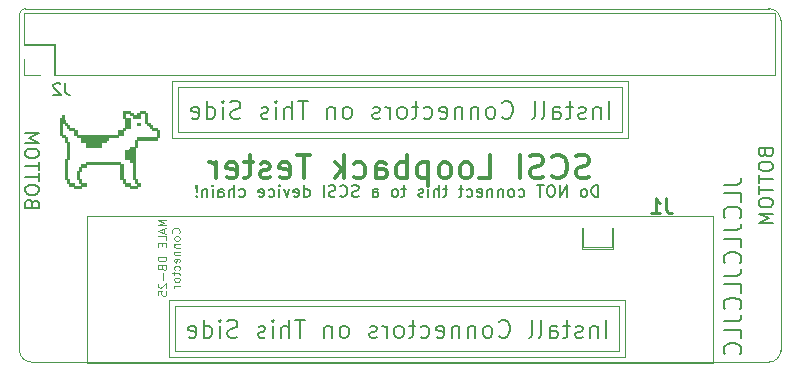
<source format=gbr>
%TF.GenerationSoftware,KiCad,Pcbnew,(5.1.9-16-g1737927814)-1*%
%TF.CreationDate,2021-06-02T15:54:43-05:00*%
%TF.ProjectId,loopback_tester,6c6f6f70-6261-4636-9b5f-746573746572,rev?*%
%TF.SameCoordinates,PX59d60c0PY325aa00*%
%TF.FileFunction,Legend,Bot*%
%TF.FilePolarity,Positive*%
%FSLAX46Y46*%
G04 Gerber Fmt 4.6, Leading zero omitted, Abs format (unit mm)*
G04 Created by KiCad (PCBNEW (5.1.9-16-g1737927814)-1) date 2021-06-02 15:54:43*
%MOMM*%
%LPD*%
G01*
G04 APERTURE LIST*
%ADD10C,0.150000*%
%ADD11C,0.100000*%
%ADD12C,0.120000*%
%ADD13C,0.200000*%
%ADD14C,0.300000*%
%TA.AperFunction,Profile*%
%ADD15C,0.050000*%
%TD*%
%ADD16C,0.010000*%
%ADD17C,0.254000*%
G04 APERTURE END LIST*
D10*
X129556000Y-31726380D02*
X129556000Y-30726380D01*
X129317904Y-30726380D01*
X129175047Y-30774000D01*
X129079809Y-30869238D01*
X129032190Y-30964476D01*
X128984571Y-31154952D01*
X128984571Y-31297809D01*
X129032190Y-31488285D01*
X129079809Y-31583523D01*
X129175047Y-31678761D01*
X129317904Y-31726380D01*
X129556000Y-31726380D01*
X128413142Y-31726380D02*
X128508380Y-31678761D01*
X128556000Y-31631142D01*
X128603619Y-31535904D01*
X128603619Y-31250190D01*
X128556000Y-31154952D01*
X128508380Y-31107333D01*
X128413142Y-31059714D01*
X128270285Y-31059714D01*
X128175047Y-31107333D01*
X128127428Y-31154952D01*
X128079809Y-31250190D01*
X128079809Y-31535904D01*
X128127428Y-31631142D01*
X128175047Y-31678761D01*
X128270285Y-31726380D01*
X128413142Y-31726380D01*
X126889333Y-31726380D02*
X126889333Y-30726380D01*
X126317904Y-31726380D01*
X126317904Y-30726380D01*
X125651238Y-30726380D02*
X125460761Y-30726380D01*
X125365523Y-30774000D01*
X125270285Y-30869238D01*
X125222666Y-31059714D01*
X125222666Y-31393047D01*
X125270285Y-31583523D01*
X125365523Y-31678761D01*
X125460761Y-31726380D01*
X125651238Y-31726380D01*
X125746476Y-31678761D01*
X125841714Y-31583523D01*
X125889333Y-31393047D01*
X125889333Y-31059714D01*
X125841714Y-30869238D01*
X125746476Y-30774000D01*
X125651238Y-30726380D01*
X124936952Y-30726380D02*
X124365523Y-30726380D01*
X124651238Y-31726380D02*
X124651238Y-30726380D01*
X122841714Y-31678761D02*
X122936952Y-31726380D01*
X123127428Y-31726380D01*
X123222666Y-31678761D01*
X123270285Y-31631142D01*
X123317904Y-31535904D01*
X123317904Y-31250190D01*
X123270285Y-31154952D01*
X123222666Y-31107333D01*
X123127428Y-31059714D01*
X122936952Y-31059714D01*
X122841714Y-31107333D01*
X122270285Y-31726380D02*
X122365523Y-31678761D01*
X122413142Y-31631142D01*
X122460761Y-31535904D01*
X122460761Y-31250190D01*
X122413142Y-31154952D01*
X122365523Y-31107333D01*
X122270285Y-31059714D01*
X122127428Y-31059714D01*
X122032190Y-31107333D01*
X121984571Y-31154952D01*
X121936952Y-31250190D01*
X121936952Y-31535904D01*
X121984571Y-31631142D01*
X122032190Y-31678761D01*
X122127428Y-31726380D01*
X122270285Y-31726380D01*
X121508380Y-31059714D02*
X121508380Y-31726380D01*
X121508380Y-31154952D02*
X121460761Y-31107333D01*
X121365523Y-31059714D01*
X121222666Y-31059714D01*
X121127428Y-31107333D01*
X121079809Y-31202571D01*
X121079809Y-31726380D01*
X120603619Y-31059714D02*
X120603619Y-31726380D01*
X120603619Y-31154952D02*
X120556000Y-31107333D01*
X120460761Y-31059714D01*
X120317904Y-31059714D01*
X120222666Y-31107333D01*
X120175047Y-31202571D01*
X120175047Y-31726380D01*
X119317904Y-31678761D02*
X119413142Y-31726380D01*
X119603619Y-31726380D01*
X119698857Y-31678761D01*
X119746476Y-31583523D01*
X119746476Y-31202571D01*
X119698857Y-31107333D01*
X119603619Y-31059714D01*
X119413142Y-31059714D01*
X119317904Y-31107333D01*
X119270285Y-31202571D01*
X119270285Y-31297809D01*
X119746476Y-31393047D01*
X118413142Y-31678761D02*
X118508380Y-31726380D01*
X118698857Y-31726380D01*
X118794095Y-31678761D01*
X118841714Y-31631142D01*
X118889333Y-31535904D01*
X118889333Y-31250190D01*
X118841714Y-31154952D01*
X118794095Y-31107333D01*
X118698857Y-31059714D01*
X118508380Y-31059714D01*
X118413142Y-31107333D01*
X118127428Y-31059714D02*
X117746476Y-31059714D01*
X117984571Y-30726380D02*
X117984571Y-31583523D01*
X117936952Y-31678761D01*
X117841714Y-31726380D01*
X117746476Y-31726380D01*
X116794095Y-31059714D02*
X116413142Y-31059714D01*
X116651238Y-30726380D02*
X116651238Y-31583523D01*
X116603619Y-31678761D01*
X116508380Y-31726380D01*
X116413142Y-31726380D01*
X116079809Y-31726380D02*
X116079809Y-30726380D01*
X115651238Y-31726380D02*
X115651238Y-31202571D01*
X115698857Y-31107333D01*
X115794095Y-31059714D01*
X115936952Y-31059714D01*
X116032190Y-31107333D01*
X116079809Y-31154952D01*
X115175047Y-31726380D02*
X115175047Y-31059714D01*
X115175047Y-30726380D02*
X115222666Y-30774000D01*
X115175047Y-30821619D01*
X115127428Y-30774000D01*
X115175047Y-30726380D01*
X115175047Y-30821619D01*
X114746476Y-31678761D02*
X114651238Y-31726380D01*
X114460761Y-31726380D01*
X114365523Y-31678761D01*
X114317904Y-31583523D01*
X114317904Y-31535904D01*
X114365523Y-31440666D01*
X114460761Y-31393047D01*
X114603619Y-31393047D01*
X114698857Y-31345428D01*
X114746476Y-31250190D01*
X114746476Y-31202571D01*
X114698857Y-31107333D01*
X114603619Y-31059714D01*
X114460761Y-31059714D01*
X114365523Y-31107333D01*
X113270285Y-31059714D02*
X112889333Y-31059714D01*
X113127428Y-30726380D02*
X113127428Y-31583523D01*
X113079809Y-31678761D01*
X112984571Y-31726380D01*
X112889333Y-31726380D01*
X112413142Y-31726380D02*
X112508380Y-31678761D01*
X112556000Y-31631142D01*
X112603619Y-31535904D01*
X112603619Y-31250190D01*
X112556000Y-31154952D01*
X112508380Y-31107333D01*
X112413142Y-31059714D01*
X112270285Y-31059714D01*
X112175047Y-31107333D01*
X112127428Y-31154952D01*
X112079809Y-31250190D01*
X112079809Y-31535904D01*
X112127428Y-31631142D01*
X112175047Y-31678761D01*
X112270285Y-31726380D01*
X112413142Y-31726380D01*
X110460761Y-31726380D02*
X110460761Y-31202571D01*
X110508380Y-31107333D01*
X110603619Y-31059714D01*
X110794095Y-31059714D01*
X110889333Y-31107333D01*
X110460761Y-31678761D02*
X110556000Y-31726380D01*
X110794095Y-31726380D01*
X110889333Y-31678761D01*
X110936952Y-31583523D01*
X110936952Y-31488285D01*
X110889333Y-31393047D01*
X110794095Y-31345428D01*
X110556000Y-31345428D01*
X110460761Y-31297809D01*
X109270285Y-31678761D02*
X109127428Y-31726380D01*
X108889333Y-31726380D01*
X108794095Y-31678761D01*
X108746476Y-31631142D01*
X108698857Y-31535904D01*
X108698857Y-31440666D01*
X108746476Y-31345428D01*
X108794095Y-31297809D01*
X108889333Y-31250190D01*
X109079809Y-31202571D01*
X109175047Y-31154952D01*
X109222666Y-31107333D01*
X109270285Y-31012095D01*
X109270285Y-30916857D01*
X109222666Y-30821619D01*
X109175047Y-30774000D01*
X109079809Y-30726380D01*
X108841714Y-30726380D01*
X108698857Y-30774000D01*
X107698857Y-31631142D02*
X107746476Y-31678761D01*
X107889333Y-31726380D01*
X107984571Y-31726380D01*
X108127428Y-31678761D01*
X108222666Y-31583523D01*
X108270285Y-31488285D01*
X108317904Y-31297809D01*
X108317904Y-31154952D01*
X108270285Y-30964476D01*
X108222666Y-30869238D01*
X108127428Y-30774000D01*
X107984571Y-30726380D01*
X107889333Y-30726380D01*
X107746476Y-30774000D01*
X107698857Y-30821619D01*
X107317904Y-31678761D02*
X107175047Y-31726380D01*
X106936952Y-31726380D01*
X106841714Y-31678761D01*
X106794095Y-31631142D01*
X106746476Y-31535904D01*
X106746476Y-31440666D01*
X106794095Y-31345428D01*
X106841714Y-31297809D01*
X106936952Y-31250190D01*
X107127428Y-31202571D01*
X107222666Y-31154952D01*
X107270285Y-31107333D01*
X107317904Y-31012095D01*
X107317904Y-30916857D01*
X107270285Y-30821619D01*
X107222666Y-30774000D01*
X107127428Y-30726380D01*
X106889333Y-30726380D01*
X106746476Y-30774000D01*
X106317904Y-31726380D02*
X106317904Y-30726380D01*
X104651238Y-31726380D02*
X104651238Y-30726380D01*
X104651238Y-31678761D02*
X104746476Y-31726380D01*
X104936952Y-31726380D01*
X105032190Y-31678761D01*
X105079809Y-31631142D01*
X105127428Y-31535904D01*
X105127428Y-31250190D01*
X105079809Y-31154952D01*
X105032190Y-31107333D01*
X104936952Y-31059714D01*
X104746476Y-31059714D01*
X104651238Y-31107333D01*
X103794095Y-31678761D02*
X103889333Y-31726380D01*
X104079809Y-31726380D01*
X104175047Y-31678761D01*
X104222666Y-31583523D01*
X104222666Y-31202571D01*
X104175047Y-31107333D01*
X104079809Y-31059714D01*
X103889333Y-31059714D01*
X103794095Y-31107333D01*
X103746476Y-31202571D01*
X103746476Y-31297809D01*
X104222666Y-31393047D01*
X103413142Y-31059714D02*
X103175047Y-31726380D01*
X102936952Y-31059714D01*
X102556000Y-31726380D02*
X102556000Y-31059714D01*
X102556000Y-30726380D02*
X102603619Y-30774000D01*
X102556000Y-30821619D01*
X102508380Y-30774000D01*
X102556000Y-30726380D01*
X102556000Y-30821619D01*
X101651238Y-31678761D02*
X101746476Y-31726380D01*
X101936952Y-31726380D01*
X102032190Y-31678761D01*
X102079809Y-31631142D01*
X102127428Y-31535904D01*
X102127428Y-31250190D01*
X102079809Y-31154952D01*
X102032190Y-31107333D01*
X101936952Y-31059714D01*
X101746476Y-31059714D01*
X101651238Y-31107333D01*
X100841714Y-31678761D02*
X100936952Y-31726380D01*
X101127428Y-31726380D01*
X101222666Y-31678761D01*
X101270285Y-31583523D01*
X101270285Y-31202571D01*
X101222666Y-31107333D01*
X101127428Y-31059714D01*
X100936952Y-31059714D01*
X100841714Y-31107333D01*
X100794095Y-31202571D01*
X100794095Y-31297809D01*
X101270285Y-31393047D01*
X99175047Y-31678761D02*
X99270285Y-31726380D01*
X99460761Y-31726380D01*
X99556000Y-31678761D01*
X99603619Y-31631142D01*
X99651238Y-31535904D01*
X99651238Y-31250190D01*
X99603619Y-31154952D01*
X99556000Y-31107333D01*
X99460761Y-31059714D01*
X99270285Y-31059714D01*
X99175047Y-31107333D01*
X98746476Y-31726380D02*
X98746476Y-30726380D01*
X98317904Y-31726380D02*
X98317904Y-31202571D01*
X98365523Y-31107333D01*
X98460761Y-31059714D01*
X98603619Y-31059714D01*
X98698857Y-31107333D01*
X98746476Y-31154952D01*
X97413142Y-31726380D02*
X97413142Y-31202571D01*
X97460761Y-31107333D01*
X97556000Y-31059714D01*
X97746476Y-31059714D01*
X97841714Y-31107333D01*
X97413142Y-31678761D02*
X97508380Y-31726380D01*
X97746476Y-31726380D01*
X97841714Y-31678761D01*
X97889333Y-31583523D01*
X97889333Y-31488285D01*
X97841714Y-31393047D01*
X97746476Y-31345428D01*
X97508380Y-31345428D01*
X97413142Y-31297809D01*
X96936952Y-31726380D02*
X96936952Y-31059714D01*
X96936952Y-30726380D02*
X96984571Y-30774000D01*
X96936952Y-30821619D01*
X96889333Y-30774000D01*
X96936952Y-30726380D01*
X96936952Y-30821619D01*
X96460761Y-31059714D02*
X96460761Y-31726380D01*
X96460761Y-31154952D02*
X96413142Y-31107333D01*
X96317904Y-31059714D01*
X96175047Y-31059714D01*
X96079809Y-31107333D01*
X96032190Y-31202571D01*
X96032190Y-31726380D01*
X95556000Y-31631142D02*
X95508380Y-31678761D01*
X95556000Y-31726380D01*
X95603619Y-31678761D01*
X95556000Y-31631142D01*
X95556000Y-31726380D01*
X95556000Y-31345428D02*
X95603619Y-30774000D01*
X95556000Y-30726380D01*
X95508380Y-30774000D01*
X95556000Y-31345428D01*
X95556000Y-30726380D01*
D11*
X92993666Y-33662000D02*
X92293666Y-33662000D01*
X92793666Y-33895333D01*
X92293666Y-34128666D01*
X92993666Y-34128666D01*
X92793666Y-34428666D02*
X92793666Y-34762000D01*
X92993666Y-34362000D02*
X92293666Y-34595333D01*
X92993666Y-34828666D01*
X92993666Y-35395333D02*
X92993666Y-35062000D01*
X92293666Y-35062000D01*
X92627000Y-35628666D02*
X92627000Y-35862000D01*
X92993666Y-35962000D02*
X92993666Y-35628666D01*
X92293666Y-35628666D01*
X92293666Y-35962000D01*
X92993666Y-36795333D02*
X92293666Y-36795333D01*
X92293666Y-36962000D01*
X92327000Y-37062000D01*
X92393666Y-37128666D01*
X92460333Y-37162000D01*
X92593666Y-37195333D01*
X92693666Y-37195333D01*
X92827000Y-37162000D01*
X92893666Y-37128666D01*
X92960333Y-37062000D01*
X92993666Y-36962000D01*
X92993666Y-36795333D01*
X92627000Y-37728666D02*
X92660333Y-37828666D01*
X92693666Y-37862000D01*
X92760333Y-37895333D01*
X92860333Y-37895333D01*
X92927000Y-37862000D01*
X92960333Y-37828666D01*
X92993666Y-37762000D01*
X92993666Y-37495333D01*
X92293666Y-37495333D01*
X92293666Y-37728666D01*
X92327000Y-37795333D01*
X92360333Y-37828666D01*
X92427000Y-37862000D01*
X92493666Y-37862000D01*
X92560333Y-37828666D01*
X92593666Y-37795333D01*
X92627000Y-37728666D01*
X92627000Y-37495333D01*
X92727000Y-38195333D02*
X92727000Y-38728666D01*
X92360333Y-39028666D02*
X92327000Y-39062000D01*
X92293666Y-39128666D01*
X92293666Y-39295333D01*
X92327000Y-39362000D01*
X92360333Y-39395333D01*
X92427000Y-39428666D01*
X92493666Y-39428666D01*
X92593666Y-39395333D01*
X92993666Y-38995333D01*
X92993666Y-39428666D01*
X92293666Y-40062000D02*
X92293666Y-39728666D01*
X92627000Y-39695333D01*
X92593666Y-39728666D01*
X92560333Y-39795333D01*
X92560333Y-39962000D01*
X92593666Y-40028666D01*
X92627000Y-40062000D01*
X92693666Y-40095333D01*
X92860333Y-40095333D01*
X92927000Y-40062000D01*
X92960333Y-40028666D01*
X92993666Y-39962000D01*
X92993666Y-39795333D01*
X92960333Y-39728666D01*
X92927000Y-39695333D01*
X94077000Y-34795333D02*
X94110333Y-34762000D01*
X94143666Y-34662000D01*
X94143666Y-34595333D01*
X94110333Y-34495333D01*
X94043666Y-34428666D01*
X93977000Y-34395333D01*
X93843666Y-34362000D01*
X93743666Y-34362000D01*
X93610333Y-34395333D01*
X93543666Y-34428666D01*
X93477000Y-34495333D01*
X93443666Y-34595333D01*
X93443666Y-34662000D01*
X93477000Y-34762000D01*
X93510333Y-34795333D01*
X94143666Y-35195333D02*
X94110333Y-35128666D01*
X94077000Y-35095333D01*
X94010333Y-35062000D01*
X93810333Y-35062000D01*
X93743666Y-35095333D01*
X93710333Y-35128666D01*
X93677000Y-35195333D01*
X93677000Y-35295333D01*
X93710333Y-35362000D01*
X93743666Y-35395333D01*
X93810333Y-35428666D01*
X94010333Y-35428666D01*
X94077000Y-35395333D01*
X94110333Y-35362000D01*
X94143666Y-35295333D01*
X94143666Y-35195333D01*
X93677000Y-35728666D02*
X94143666Y-35728666D01*
X93743666Y-35728666D02*
X93710333Y-35762000D01*
X93677000Y-35828666D01*
X93677000Y-35928666D01*
X93710333Y-35995333D01*
X93777000Y-36028666D01*
X94143666Y-36028666D01*
X93677000Y-36362000D02*
X94143666Y-36362000D01*
X93743666Y-36362000D02*
X93710333Y-36395333D01*
X93677000Y-36462000D01*
X93677000Y-36562000D01*
X93710333Y-36628666D01*
X93777000Y-36662000D01*
X94143666Y-36662000D01*
X94110333Y-37262000D02*
X94143666Y-37195333D01*
X94143666Y-37062000D01*
X94110333Y-36995333D01*
X94043666Y-36962000D01*
X93777000Y-36962000D01*
X93710333Y-36995333D01*
X93677000Y-37062000D01*
X93677000Y-37195333D01*
X93710333Y-37262000D01*
X93777000Y-37295333D01*
X93843666Y-37295333D01*
X93910333Y-36962000D01*
X94110333Y-37895333D02*
X94143666Y-37828666D01*
X94143666Y-37695333D01*
X94110333Y-37628666D01*
X94077000Y-37595333D01*
X94010333Y-37562000D01*
X93810333Y-37562000D01*
X93743666Y-37595333D01*
X93710333Y-37628666D01*
X93677000Y-37695333D01*
X93677000Y-37828666D01*
X93710333Y-37895333D01*
X93677000Y-38095333D02*
X93677000Y-38362000D01*
X93443666Y-38195333D02*
X94043666Y-38195333D01*
X94110333Y-38228666D01*
X94143666Y-38295333D01*
X94143666Y-38362000D01*
X94143666Y-38695333D02*
X94110333Y-38628666D01*
X94077000Y-38595333D01*
X94010333Y-38562000D01*
X93810333Y-38562000D01*
X93743666Y-38595333D01*
X93710333Y-38628666D01*
X93677000Y-38695333D01*
X93677000Y-38795333D01*
X93710333Y-38862000D01*
X93743666Y-38895333D01*
X93810333Y-38928666D01*
X94010333Y-38928666D01*
X94077000Y-38895333D01*
X94110333Y-38862000D01*
X94143666Y-38795333D01*
X94143666Y-38695333D01*
X94143666Y-39228666D02*
X93677000Y-39228666D01*
X93810333Y-39228666D02*
X93743666Y-39262000D01*
X93710333Y-39295333D01*
X93677000Y-39362000D01*
X93677000Y-39428666D01*
D12*
X93506000Y-26702000D02*
X93506000Y-21876000D01*
X93506000Y-21876000D02*
X94014000Y-21876000D01*
X131606000Y-22384000D02*
X131606000Y-26194000D01*
X94014000Y-26194000D02*
X94014000Y-22384000D01*
X94014000Y-22384000D02*
X131606000Y-22384000D01*
X94014000Y-21876000D02*
X132114000Y-21876000D01*
X131606000Y-26194000D02*
X94014000Y-26194000D01*
X132114000Y-26702000D02*
X93506000Y-26702000D01*
D13*
X130488571Y-25094571D02*
X130488571Y-23594571D01*
X129774285Y-24094571D02*
X129774285Y-25094571D01*
X129774285Y-24237428D02*
X129702857Y-24166000D01*
X129560000Y-24094571D01*
X129345714Y-24094571D01*
X129202857Y-24166000D01*
X129131428Y-24308857D01*
X129131428Y-25094571D01*
X128488571Y-25023142D02*
X128345714Y-25094571D01*
X128060000Y-25094571D01*
X127917142Y-25023142D01*
X127845714Y-24880285D01*
X127845714Y-24808857D01*
X127917142Y-24666000D01*
X128060000Y-24594571D01*
X128274285Y-24594571D01*
X128417142Y-24523142D01*
X128488571Y-24380285D01*
X128488571Y-24308857D01*
X128417142Y-24166000D01*
X128274285Y-24094571D01*
X128060000Y-24094571D01*
X127917142Y-24166000D01*
X127417142Y-24094571D02*
X126845714Y-24094571D01*
X127202857Y-23594571D02*
X127202857Y-24880285D01*
X127131428Y-25023142D01*
X126988571Y-25094571D01*
X126845714Y-25094571D01*
X125702857Y-25094571D02*
X125702857Y-24308857D01*
X125774285Y-24166000D01*
X125917142Y-24094571D01*
X126202857Y-24094571D01*
X126345714Y-24166000D01*
X125702857Y-25023142D02*
X125845714Y-25094571D01*
X126202857Y-25094571D01*
X126345714Y-25023142D01*
X126417142Y-24880285D01*
X126417142Y-24737428D01*
X126345714Y-24594571D01*
X126202857Y-24523142D01*
X125845714Y-24523142D01*
X125702857Y-24451714D01*
X124774285Y-25094571D02*
X124917142Y-25023142D01*
X124988571Y-24880285D01*
X124988571Y-23594571D01*
X123988571Y-25094571D02*
X124131428Y-25023142D01*
X124202857Y-24880285D01*
X124202857Y-23594571D01*
X121417142Y-24951714D02*
X121488571Y-25023142D01*
X121702857Y-25094571D01*
X121845714Y-25094571D01*
X122060000Y-25023142D01*
X122202857Y-24880285D01*
X122274285Y-24737428D01*
X122345714Y-24451714D01*
X122345714Y-24237428D01*
X122274285Y-23951714D01*
X122202857Y-23808857D01*
X122060000Y-23666000D01*
X121845714Y-23594571D01*
X121702857Y-23594571D01*
X121488571Y-23666000D01*
X121417142Y-23737428D01*
X120560000Y-25094571D02*
X120702857Y-25023142D01*
X120774285Y-24951714D01*
X120845714Y-24808857D01*
X120845714Y-24380285D01*
X120774285Y-24237428D01*
X120702857Y-24166000D01*
X120560000Y-24094571D01*
X120345714Y-24094571D01*
X120202857Y-24166000D01*
X120131428Y-24237428D01*
X120060000Y-24380285D01*
X120060000Y-24808857D01*
X120131428Y-24951714D01*
X120202857Y-25023142D01*
X120345714Y-25094571D01*
X120560000Y-25094571D01*
X119417142Y-24094571D02*
X119417142Y-25094571D01*
X119417142Y-24237428D02*
X119345714Y-24166000D01*
X119202857Y-24094571D01*
X118988571Y-24094571D01*
X118845714Y-24166000D01*
X118774285Y-24308857D01*
X118774285Y-25094571D01*
X118059999Y-24094571D02*
X118059999Y-25094571D01*
X118059999Y-24237428D02*
X117988571Y-24166000D01*
X117845714Y-24094571D01*
X117631428Y-24094571D01*
X117488571Y-24166000D01*
X117417142Y-24308857D01*
X117417142Y-25094571D01*
X116131428Y-25023142D02*
X116274285Y-25094571D01*
X116559999Y-25094571D01*
X116702857Y-25023142D01*
X116774285Y-24880285D01*
X116774285Y-24308857D01*
X116702857Y-24166000D01*
X116559999Y-24094571D01*
X116274285Y-24094571D01*
X116131428Y-24166000D01*
X116059999Y-24308857D01*
X116059999Y-24451714D01*
X116774285Y-24594571D01*
X114774285Y-25023142D02*
X114917142Y-25094571D01*
X115202857Y-25094571D01*
X115345714Y-25023142D01*
X115417142Y-24951714D01*
X115488571Y-24808857D01*
X115488571Y-24380285D01*
X115417142Y-24237428D01*
X115345714Y-24166000D01*
X115202857Y-24094571D01*
X114917142Y-24094571D01*
X114774285Y-24166000D01*
X114345714Y-24094571D02*
X113774285Y-24094571D01*
X114131428Y-23594571D02*
X114131428Y-24880285D01*
X114059999Y-25023142D01*
X113917142Y-25094571D01*
X113774285Y-25094571D01*
X113059999Y-25094571D02*
X113202857Y-25023142D01*
X113274285Y-24951714D01*
X113345714Y-24808857D01*
X113345714Y-24380285D01*
X113274285Y-24237428D01*
X113202857Y-24166000D01*
X113059999Y-24094571D01*
X112845714Y-24094571D01*
X112702857Y-24166000D01*
X112631428Y-24237428D01*
X112559999Y-24380285D01*
X112559999Y-24808857D01*
X112631428Y-24951714D01*
X112702857Y-25023142D01*
X112845714Y-25094571D01*
X113059999Y-25094571D01*
X111917142Y-25094571D02*
X111917142Y-24094571D01*
X111917142Y-24380285D02*
X111845714Y-24237428D01*
X111774285Y-24166000D01*
X111631428Y-24094571D01*
X111488571Y-24094571D01*
X111059999Y-25023142D02*
X110917142Y-25094571D01*
X110631428Y-25094571D01*
X110488571Y-25023142D01*
X110417142Y-24880285D01*
X110417142Y-24808857D01*
X110488571Y-24666000D01*
X110631428Y-24594571D01*
X110845714Y-24594571D01*
X110988571Y-24523142D01*
X111059999Y-24380285D01*
X111059999Y-24308857D01*
X110988571Y-24166000D01*
X110845714Y-24094571D01*
X110631428Y-24094571D01*
X110488571Y-24166000D01*
X108417142Y-25094571D02*
X108559999Y-25023142D01*
X108631428Y-24951714D01*
X108702857Y-24808857D01*
X108702857Y-24380285D01*
X108631428Y-24237428D01*
X108559999Y-24166000D01*
X108417142Y-24094571D01*
X108202857Y-24094571D01*
X108059999Y-24166000D01*
X107988571Y-24237428D01*
X107917142Y-24380285D01*
X107917142Y-24808857D01*
X107988571Y-24951714D01*
X108059999Y-25023142D01*
X108202857Y-25094571D01*
X108417142Y-25094571D01*
X107274285Y-24094571D02*
X107274285Y-25094571D01*
X107274285Y-24237428D02*
X107202857Y-24166000D01*
X107059999Y-24094571D01*
X106845714Y-24094571D01*
X106702857Y-24166000D01*
X106631428Y-24308857D01*
X106631428Y-25094571D01*
X104988571Y-23594571D02*
X104131428Y-23594571D01*
X104559999Y-25094571D02*
X104559999Y-23594571D01*
X103631428Y-25094571D02*
X103631428Y-23594571D01*
X102988571Y-25094571D02*
X102988571Y-24308857D01*
X103059999Y-24166000D01*
X103202857Y-24094571D01*
X103417142Y-24094571D01*
X103559999Y-24166000D01*
X103631428Y-24237428D01*
X102274285Y-25094571D02*
X102274285Y-24094571D01*
X102274285Y-23594571D02*
X102345714Y-23666000D01*
X102274285Y-23737428D01*
X102202857Y-23666000D01*
X102274285Y-23594571D01*
X102274285Y-23737428D01*
X101631428Y-25023142D02*
X101488571Y-25094571D01*
X101202857Y-25094571D01*
X101059999Y-25023142D01*
X100988571Y-24880285D01*
X100988571Y-24808857D01*
X101059999Y-24666000D01*
X101202857Y-24594571D01*
X101417142Y-24594571D01*
X101559999Y-24523142D01*
X101631428Y-24380285D01*
X101631428Y-24308857D01*
X101559999Y-24166000D01*
X101417142Y-24094571D01*
X101202857Y-24094571D01*
X101059999Y-24166000D01*
X99274285Y-25023142D02*
X99059999Y-25094571D01*
X98702857Y-25094571D01*
X98559999Y-25023142D01*
X98488571Y-24951714D01*
X98417142Y-24808857D01*
X98417142Y-24666000D01*
X98488571Y-24523142D01*
X98559999Y-24451714D01*
X98702857Y-24380285D01*
X98988571Y-24308857D01*
X99131428Y-24237428D01*
X99202857Y-24166000D01*
X99274285Y-24023142D01*
X99274285Y-23880285D01*
X99202857Y-23737428D01*
X99131428Y-23666000D01*
X98988571Y-23594571D01*
X98631428Y-23594571D01*
X98417142Y-23666000D01*
X97774285Y-25094571D02*
X97774285Y-24094571D01*
X97774285Y-23594571D02*
X97845714Y-23666000D01*
X97774285Y-23737428D01*
X97702857Y-23666000D01*
X97774285Y-23594571D01*
X97774285Y-23737428D01*
X96417142Y-25094571D02*
X96417142Y-23594571D01*
X96417142Y-25023142D02*
X96559999Y-25094571D01*
X96845714Y-25094571D01*
X96988571Y-25023142D01*
X97059999Y-24951714D01*
X97131428Y-24808857D01*
X97131428Y-24380285D01*
X97059999Y-24237428D01*
X96988571Y-24166000D01*
X96845714Y-24094571D01*
X96559999Y-24094571D01*
X96417142Y-24166000D01*
X95131428Y-25023142D02*
X95274285Y-25094571D01*
X95559999Y-25094571D01*
X95702857Y-25023142D01*
X95774285Y-24880285D01*
X95774285Y-24308857D01*
X95702857Y-24166000D01*
X95559999Y-24094571D01*
X95274285Y-24094571D01*
X95131428Y-24166000D01*
X95059999Y-24308857D01*
X95059999Y-24451714D01*
X95774285Y-24594571D01*
D12*
X132114000Y-21876000D02*
X132114000Y-26702000D01*
X128177000Y-34385500D02*
X128177000Y-36100000D01*
X128304000Y-35973000D02*
X130717000Y-35973000D01*
X128304000Y-34385500D02*
X128304000Y-35973000D01*
X130717000Y-35973000D02*
X130717000Y-34385500D01*
X128177000Y-36100000D02*
X130844000Y-36100000D01*
X128304000Y-35973000D02*
X130717000Y-35973000D01*
X130844000Y-36100000D02*
X130844000Y-34385500D01*
X128177000Y-36100000D02*
X130844000Y-36100000D01*
X93252000Y-40418000D02*
X93760000Y-40418000D01*
X93252000Y-45244000D02*
X93252000Y-40418000D01*
X131860000Y-45244000D02*
X93252000Y-45244000D01*
X131860000Y-40418000D02*
X131860000Y-45244000D01*
X93760000Y-40418000D02*
X131860000Y-40418000D01*
X93760000Y-44736000D02*
X93760000Y-40926000D01*
X131352000Y-44736000D02*
X93760000Y-44736000D01*
X131352000Y-40926000D02*
X131352000Y-44736000D01*
X93760000Y-40926000D02*
X131352000Y-40926000D01*
D13*
X130234571Y-43636571D02*
X130234571Y-42136571D01*
X129520285Y-42636571D02*
X129520285Y-43636571D01*
X129520285Y-42779428D02*
X129448857Y-42708000D01*
X129306000Y-42636571D01*
X129091714Y-42636571D01*
X128948857Y-42708000D01*
X128877428Y-42850857D01*
X128877428Y-43636571D01*
X128234571Y-43565142D02*
X128091714Y-43636571D01*
X127806000Y-43636571D01*
X127663142Y-43565142D01*
X127591714Y-43422285D01*
X127591714Y-43350857D01*
X127663142Y-43208000D01*
X127806000Y-43136571D01*
X128020285Y-43136571D01*
X128163142Y-43065142D01*
X128234571Y-42922285D01*
X128234571Y-42850857D01*
X128163142Y-42708000D01*
X128020285Y-42636571D01*
X127806000Y-42636571D01*
X127663142Y-42708000D01*
X127163142Y-42636571D02*
X126591714Y-42636571D01*
X126948857Y-42136571D02*
X126948857Y-43422285D01*
X126877428Y-43565142D01*
X126734571Y-43636571D01*
X126591714Y-43636571D01*
X125448857Y-43636571D02*
X125448857Y-42850857D01*
X125520285Y-42708000D01*
X125663142Y-42636571D01*
X125948857Y-42636571D01*
X126091714Y-42708000D01*
X125448857Y-43565142D02*
X125591714Y-43636571D01*
X125948857Y-43636571D01*
X126091714Y-43565142D01*
X126163142Y-43422285D01*
X126163142Y-43279428D01*
X126091714Y-43136571D01*
X125948857Y-43065142D01*
X125591714Y-43065142D01*
X125448857Y-42993714D01*
X124520285Y-43636571D02*
X124663142Y-43565142D01*
X124734571Y-43422285D01*
X124734571Y-42136571D01*
X123734571Y-43636571D02*
X123877428Y-43565142D01*
X123948857Y-43422285D01*
X123948857Y-42136571D01*
X121163142Y-43493714D02*
X121234571Y-43565142D01*
X121448857Y-43636571D01*
X121591714Y-43636571D01*
X121806000Y-43565142D01*
X121948857Y-43422285D01*
X122020285Y-43279428D01*
X122091714Y-42993714D01*
X122091714Y-42779428D01*
X122020285Y-42493714D01*
X121948857Y-42350857D01*
X121806000Y-42208000D01*
X121591714Y-42136571D01*
X121448857Y-42136571D01*
X121234571Y-42208000D01*
X121163142Y-42279428D01*
X120306000Y-43636571D02*
X120448857Y-43565142D01*
X120520285Y-43493714D01*
X120591714Y-43350857D01*
X120591714Y-42922285D01*
X120520285Y-42779428D01*
X120448857Y-42708000D01*
X120306000Y-42636571D01*
X120091714Y-42636571D01*
X119948857Y-42708000D01*
X119877428Y-42779428D01*
X119806000Y-42922285D01*
X119806000Y-43350857D01*
X119877428Y-43493714D01*
X119948857Y-43565142D01*
X120091714Y-43636571D01*
X120306000Y-43636571D01*
X119163142Y-42636571D02*
X119163142Y-43636571D01*
X119163142Y-42779428D02*
X119091714Y-42708000D01*
X118948857Y-42636571D01*
X118734571Y-42636571D01*
X118591714Y-42708000D01*
X118520285Y-42850857D01*
X118520285Y-43636571D01*
X117805999Y-42636571D02*
X117805999Y-43636571D01*
X117805999Y-42779428D02*
X117734571Y-42708000D01*
X117591714Y-42636571D01*
X117377428Y-42636571D01*
X117234571Y-42708000D01*
X117163142Y-42850857D01*
X117163142Y-43636571D01*
X115877428Y-43565142D02*
X116020285Y-43636571D01*
X116305999Y-43636571D01*
X116448857Y-43565142D01*
X116520285Y-43422285D01*
X116520285Y-42850857D01*
X116448857Y-42708000D01*
X116305999Y-42636571D01*
X116020285Y-42636571D01*
X115877428Y-42708000D01*
X115805999Y-42850857D01*
X115805999Y-42993714D01*
X116520285Y-43136571D01*
X114520285Y-43565142D02*
X114663142Y-43636571D01*
X114948857Y-43636571D01*
X115091714Y-43565142D01*
X115163142Y-43493714D01*
X115234571Y-43350857D01*
X115234571Y-42922285D01*
X115163142Y-42779428D01*
X115091714Y-42708000D01*
X114948857Y-42636571D01*
X114663142Y-42636571D01*
X114520285Y-42708000D01*
X114091714Y-42636571D02*
X113520285Y-42636571D01*
X113877428Y-42136571D02*
X113877428Y-43422285D01*
X113805999Y-43565142D01*
X113663142Y-43636571D01*
X113520285Y-43636571D01*
X112805999Y-43636571D02*
X112948857Y-43565142D01*
X113020285Y-43493714D01*
X113091714Y-43350857D01*
X113091714Y-42922285D01*
X113020285Y-42779428D01*
X112948857Y-42708000D01*
X112805999Y-42636571D01*
X112591714Y-42636571D01*
X112448857Y-42708000D01*
X112377428Y-42779428D01*
X112305999Y-42922285D01*
X112305999Y-43350857D01*
X112377428Y-43493714D01*
X112448857Y-43565142D01*
X112591714Y-43636571D01*
X112805999Y-43636571D01*
X111663142Y-43636571D02*
X111663142Y-42636571D01*
X111663142Y-42922285D02*
X111591714Y-42779428D01*
X111520285Y-42708000D01*
X111377428Y-42636571D01*
X111234571Y-42636571D01*
X110805999Y-43565142D02*
X110663142Y-43636571D01*
X110377428Y-43636571D01*
X110234571Y-43565142D01*
X110163142Y-43422285D01*
X110163142Y-43350857D01*
X110234571Y-43208000D01*
X110377428Y-43136571D01*
X110591714Y-43136571D01*
X110734571Y-43065142D01*
X110805999Y-42922285D01*
X110805999Y-42850857D01*
X110734571Y-42708000D01*
X110591714Y-42636571D01*
X110377428Y-42636571D01*
X110234571Y-42708000D01*
X108163142Y-43636571D02*
X108305999Y-43565142D01*
X108377428Y-43493714D01*
X108448857Y-43350857D01*
X108448857Y-42922285D01*
X108377428Y-42779428D01*
X108305999Y-42708000D01*
X108163142Y-42636571D01*
X107948857Y-42636571D01*
X107805999Y-42708000D01*
X107734571Y-42779428D01*
X107663142Y-42922285D01*
X107663142Y-43350857D01*
X107734571Y-43493714D01*
X107805999Y-43565142D01*
X107948857Y-43636571D01*
X108163142Y-43636571D01*
X107020285Y-42636571D02*
X107020285Y-43636571D01*
X107020285Y-42779428D02*
X106948857Y-42708000D01*
X106805999Y-42636571D01*
X106591714Y-42636571D01*
X106448857Y-42708000D01*
X106377428Y-42850857D01*
X106377428Y-43636571D01*
X104734571Y-42136571D02*
X103877428Y-42136571D01*
X104305999Y-43636571D02*
X104305999Y-42136571D01*
X103377428Y-43636571D02*
X103377428Y-42136571D01*
X102734571Y-43636571D02*
X102734571Y-42850857D01*
X102805999Y-42708000D01*
X102948857Y-42636571D01*
X103163142Y-42636571D01*
X103305999Y-42708000D01*
X103377428Y-42779428D01*
X102020285Y-43636571D02*
X102020285Y-42636571D01*
X102020285Y-42136571D02*
X102091714Y-42208000D01*
X102020285Y-42279428D01*
X101948857Y-42208000D01*
X102020285Y-42136571D01*
X102020285Y-42279428D01*
X101377428Y-43565142D02*
X101234571Y-43636571D01*
X100948857Y-43636571D01*
X100805999Y-43565142D01*
X100734571Y-43422285D01*
X100734571Y-43350857D01*
X100805999Y-43208000D01*
X100948857Y-43136571D01*
X101163142Y-43136571D01*
X101305999Y-43065142D01*
X101377428Y-42922285D01*
X101377428Y-42850857D01*
X101305999Y-42708000D01*
X101163142Y-42636571D01*
X100948857Y-42636571D01*
X100805999Y-42708000D01*
X99020285Y-43565142D02*
X98805999Y-43636571D01*
X98448857Y-43636571D01*
X98305999Y-43565142D01*
X98234571Y-43493714D01*
X98163142Y-43350857D01*
X98163142Y-43208000D01*
X98234571Y-43065142D01*
X98305999Y-42993714D01*
X98448857Y-42922285D01*
X98734571Y-42850857D01*
X98877428Y-42779428D01*
X98948857Y-42708000D01*
X99020285Y-42565142D01*
X99020285Y-42422285D01*
X98948857Y-42279428D01*
X98877428Y-42208000D01*
X98734571Y-42136571D01*
X98377428Y-42136571D01*
X98163142Y-42208000D01*
X97520285Y-43636571D02*
X97520285Y-42636571D01*
X97520285Y-42136571D02*
X97591714Y-42208000D01*
X97520285Y-42279428D01*
X97448857Y-42208000D01*
X97520285Y-42136571D01*
X97520285Y-42279428D01*
X96163142Y-43636571D02*
X96163142Y-42136571D01*
X96163142Y-43565142D02*
X96305999Y-43636571D01*
X96591714Y-43636571D01*
X96734571Y-43565142D01*
X96805999Y-43493714D01*
X96877428Y-43350857D01*
X96877428Y-42922285D01*
X96805999Y-42779428D01*
X96734571Y-42708000D01*
X96591714Y-42636571D01*
X96305999Y-42636571D01*
X96163142Y-42708000D01*
X94877428Y-43565142D02*
X95020285Y-43636571D01*
X95305999Y-43636571D01*
X95448857Y-43565142D01*
X95520285Y-43422285D01*
X95520285Y-42850857D01*
X95448857Y-42708000D01*
X95305999Y-42636571D01*
X95020285Y-42636571D01*
X94877428Y-42708000D01*
X94805999Y-42850857D01*
X94805999Y-42993714D01*
X95520285Y-43136571D01*
D10*
X81653714Y-32267428D02*
X81596571Y-32096000D01*
X81539428Y-32038857D01*
X81425142Y-31981714D01*
X81253714Y-31981714D01*
X81139428Y-32038857D01*
X81082285Y-32096000D01*
X81025142Y-32210285D01*
X81025142Y-32667428D01*
X82225142Y-32667428D01*
X82225142Y-32267428D01*
X82168000Y-32153142D01*
X82110857Y-32096000D01*
X81996571Y-32038857D01*
X81882285Y-32038857D01*
X81768000Y-32096000D01*
X81710857Y-32153142D01*
X81653714Y-32267428D01*
X81653714Y-32667428D01*
X82225142Y-31238857D02*
X82225142Y-31010285D01*
X82168000Y-30896000D01*
X82053714Y-30781714D01*
X81825142Y-30724571D01*
X81425142Y-30724571D01*
X81196571Y-30781714D01*
X81082285Y-30896000D01*
X81025142Y-31010285D01*
X81025142Y-31238857D01*
X81082285Y-31353142D01*
X81196571Y-31467428D01*
X81425142Y-31524571D01*
X81825142Y-31524571D01*
X82053714Y-31467428D01*
X82168000Y-31353142D01*
X82225142Y-31238857D01*
X82225142Y-30381714D02*
X82225142Y-29696000D01*
X81025142Y-30038857D02*
X82225142Y-30038857D01*
X82225142Y-29467428D02*
X82225142Y-28781714D01*
X81025142Y-29124571D02*
X82225142Y-29124571D01*
X82225142Y-28153142D02*
X82225142Y-27924571D01*
X82168000Y-27810285D01*
X82053714Y-27696000D01*
X81825142Y-27638857D01*
X81425142Y-27638857D01*
X81196571Y-27696000D01*
X81082285Y-27810285D01*
X81025142Y-27924571D01*
X81025142Y-28153142D01*
X81082285Y-28267428D01*
X81196571Y-28381714D01*
X81425142Y-28438857D01*
X81825142Y-28438857D01*
X82053714Y-28381714D01*
X82168000Y-28267428D01*
X82225142Y-28153142D01*
X81025142Y-27124571D02*
X82225142Y-27124571D01*
X81368000Y-26724571D01*
X82225142Y-26324571D01*
X81025142Y-26324571D01*
D14*
X128810000Y-30051523D02*
X128524285Y-30146761D01*
X128048095Y-30146761D01*
X127857619Y-30051523D01*
X127762380Y-29956285D01*
X127667142Y-29765809D01*
X127667142Y-29575333D01*
X127762380Y-29384857D01*
X127857619Y-29289619D01*
X128048095Y-29194380D01*
X128429047Y-29099142D01*
X128619523Y-29003904D01*
X128714761Y-28908666D01*
X128810000Y-28718190D01*
X128810000Y-28527714D01*
X128714761Y-28337238D01*
X128619523Y-28242000D01*
X128429047Y-28146761D01*
X127952857Y-28146761D01*
X127667142Y-28242000D01*
X125667142Y-29956285D02*
X125762380Y-30051523D01*
X126048095Y-30146761D01*
X126238571Y-30146761D01*
X126524285Y-30051523D01*
X126714761Y-29861047D01*
X126810000Y-29670571D01*
X126905238Y-29289619D01*
X126905238Y-29003904D01*
X126810000Y-28622952D01*
X126714761Y-28432476D01*
X126524285Y-28242000D01*
X126238571Y-28146761D01*
X126048095Y-28146761D01*
X125762380Y-28242000D01*
X125667142Y-28337238D01*
X124905238Y-30051523D02*
X124619523Y-30146761D01*
X124143333Y-30146761D01*
X123952857Y-30051523D01*
X123857619Y-29956285D01*
X123762380Y-29765809D01*
X123762380Y-29575333D01*
X123857619Y-29384857D01*
X123952857Y-29289619D01*
X124143333Y-29194380D01*
X124524285Y-29099142D01*
X124714761Y-29003904D01*
X124810000Y-28908666D01*
X124905238Y-28718190D01*
X124905238Y-28527714D01*
X124810000Y-28337238D01*
X124714761Y-28242000D01*
X124524285Y-28146761D01*
X124048095Y-28146761D01*
X123762380Y-28242000D01*
X122905238Y-30146761D02*
X122905238Y-28146761D01*
X119476666Y-30146761D02*
X120429047Y-30146761D01*
X120429047Y-28146761D01*
X118524285Y-30146761D02*
X118714761Y-30051523D01*
X118810000Y-29956285D01*
X118905238Y-29765809D01*
X118905238Y-29194380D01*
X118810000Y-29003904D01*
X118714761Y-28908666D01*
X118524285Y-28813428D01*
X118238571Y-28813428D01*
X118048095Y-28908666D01*
X117952857Y-29003904D01*
X117857619Y-29194380D01*
X117857619Y-29765809D01*
X117952857Y-29956285D01*
X118048095Y-30051523D01*
X118238571Y-30146761D01*
X118524285Y-30146761D01*
X116714761Y-30146761D02*
X116905238Y-30051523D01*
X117000476Y-29956285D01*
X117095714Y-29765809D01*
X117095714Y-29194380D01*
X117000476Y-29003904D01*
X116905238Y-28908666D01*
X116714761Y-28813428D01*
X116429047Y-28813428D01*
X116238571Y-28908666D01*
X116143333Y-29003904D01*
X116048095Y-29194380D01*
X116048095Y-29765809D01*
X116143333Y-29956285D01*
X116238571Y-30051523D01*
X116429047Y-30146761D01*
X116714761Y-30146761D01*
X115190952Y-28813428D02*
X115190952Y-30813428D01*
X115190952Y-28908666D02*
X115000476Y-28813428D01*
X114619523Y-28813428D01*
X114429047Y-28908666D01*
X114333809Y-29003904D01*
X114238571Y-29194380D01*
X114238571Y-29765809D01*
X114333809Y-29956285D01*
X114429047Y-30051523D01*
X114619523Y-30146761D01*
X115000476Y-30146761D01*
X115190952Y-30051523D01*
X113381428Y-30146761D02*
X113381428Y-28146761D01*
X113381428Y-28908666D02*
X113190952Y-28813428D01*
X112810000Y-28813428D01*
X112619523Y-28908666D01*
X112524285Y-29003904D01*
X112429047Y-29194380D01*
X112429047Y-29765809D01*
X112524285Y-29956285D01*
X112619523Y-30051523D01*
X112810000Y-30146761D01*
X113190952Y-30146761D01*
X113381428Y-30051523D01*
X110714761Y-30146761D02*
X110714761Y-29099142D01*
X110810000Y-28908666D01*
X111000476Y-28813428D01*
X111381428Y-28813428D01*
X111571904Y-28908666D01*
X110714761Y-30051523D02*
X110905238Y-30146761D01*
X111381428Y-30146761D01*
X111571904Y-30051523D01*
X111667142Y-29861047D01*
X111667142Y-29670571D01*
X111571904Y-29480095D01*
X111381428Y-29384857D01*
X110905238Y-29384857D01*
X110714761Y-29289619D01*
X108905238Y-30051523D02*
X109095714Y-30146761D01*
X109476666Y-30146761D01*
X109667142Y-30051523D01*
X109762380Y-29956285D01*
X109857619Y-29765809D01*
X109857619Y-29194380D01*
X109762380Y-29003904D01*
X109667142Y-28908666D01*
X109476666Y-28813428D01*
X109095714Y-28813428D01*
X108905238Y-28908666D01*
X108048095Y-30146761D02*
X108048095Y-28146761D01*
X107857619Y-29384857D02*
X107286190Y-30146761D01*
X107286190Y-28813428D02*
X108048095Y-29575333D01*
X105190952Y-28146761D02*
X104048095Y-28146761D01*
X104619523Y-30146761D02*
X104619523Y-28146761D01*
X102619523Y-30051523D02*
X102810000Y-30146761D01*
X103190952Y-30146761D01*
X103381428Y-30051523D01*
X103476666Y-29861047D01*
X103476666Y-29099142D01*
X103381428Y-28908666D01*
X103190952Y-28813428D01*
X102810000Y-28813428D01*
X102619523Y-28908666D01*
X102524285Y-29099142D01*
X102524285Y-29289619D01*
X103476666Y-29480095D01*
X101762380Y-30051523D02*
X101571904Y-30146761D01*
X101190952Y-30146761D01*
X101000476Y-30051523D01*
X100905238Y-29861047D01*
X100905238Y-29765809D01*
X101000476Y-29575333D01*
X101190952Y-29480095D01*
X101476666Y-29480095D01*
X101667142Y-29384857D01*
X101762380Y-29194380D01*
X101762380Y-29099142D01*
X101667142Y-28908666D01*
X101476666Y-28813428D01*
X101190952Y-28813428D01*
X101000476Y-28908666D01*
X100333809Y-28813428D02*
X99571904Y-28813428D01*
X100048095Y-28146761D02*
X100048095Y-29861047D01*
X99952857Y-30051523D01*
X99762380Y-30146761D01*
X99571904Y-30146761D01*
X98143333Y-30051523D02*
X98333809Y-30146761D01*
X98714761Y-30146761D01*
X98905238Y-30051523D01*
X99000476Y-29861047D01*
X99000476Y-29099142D01*
X98905238Y-28908666D01*
X98714761Y-28813428D01*
X98333809Y-28813428D01*
X98143333Y-28908666D01*
X98048095Y-29099142D01*
X98048095Y-29289619D01*
X99000476Y-29480095D01*
X97190952Y-30146761D02*
X97190952Y-28813428D01*
X97190952Y-29194380D02*
X97095714Y-29003904D01*
X97000476Y-28908666D01*
X96810000Y-28813428D01*
X96619523Y-28813428D01*
D15*
X144052000Y-45696000D02*
G75*
G03*
X145012000Y-44736000I0J960000D01*
G01*
D13*
X140182571Y-30695428D02*
X141254000Y-30695428D01*
X141468285Y-30624000D01*
X141611142Y-30481142D01*
X141682571Y-30266857D01*
X141682571Y-30124000D01*
X141682571Y-32124000D02*
X141682571Y-31409714D01*
X140182571Y-31409714D01*
X141539714Y-33481142D02*
X141611142Y-33409714D01*
X141682571Y-33195428D01*
X141682571Y-33052571D01*
X141611142Y-32838285D01*
X141468285Y-32695428D01*
X141325428Y-32624000D01*
X141039714Y-32552571D01*
X140825428Y-32552571D01*
X140539714Y-32624000D01*
X140396857Y-32695428D01*
X140254000Y-32838285D01*
X140182571Y-33052571D01*
X140182571Y-33195428D01*
X140254000Y-33409714D01*
X140325428Y-33481142D01*
X140182571Y-34552571D02*
X141254000Y-34552571D01*
X141468285Y-34481142D01*
X141611142Y-34338285D01*
X141682571Y-34124000D01*
X141682571Y-33981142D01*
X141682571Y-35981142D02*
X141682571Y-35266857D01*
X140182571Y-35266857D01*
X141539714Y-37338285D02*
X141611142Y-37266857D01*
X141682571Y-37052571D01*
X141682571Y-36909714D01*
X141611142Y-36695428D01*
X141468285Y-36552571D01*
X141325428Y-36481142D01*
X141039714Y-36409714D01*
X140825428Y-36409714D01*
X140539714Y-36481142D01*
X140396857Y-36552571D01*
X140254000Y-36695428D01*
X140182571Y-36909714D01*
X140182571Y-37052571D01*
X140254000Y-37266857D01*
X140325428Y-37338285D01*
X140182571Y-38409714D02*
X141254000Y-38409714D01*
X141468285Y-38338285D01*
X141611142Y-38195428D01*
X141682571Y-37981142D01*
X141682571Y-37838285D01*
X141682571Y-39838285D02*
X141682571Y-39124000D01*
X140182571Y-39124000D01*
X141539714Y-41195428D02*
X141611142Y-41124000D01*
X141682571Y-40909714D01*
X141682571Y-40766857D01*
X141611142Y-40552571D01*
X141468285Y-40409714D01*
X141325428Y-40338285D01*
X141039714Y-40266857D01*
X140825428Y-40266857D01*
X140539714Y-40338285D01*
X140396857Y-40409714D01*
X140254000Y-40552571D01*
X140182571Y-40766857D01*
X140182571Y-40909714D01*
X140254000Y-41124000D01*
X140325428Y-41195428D01*
X140182571Y-42266857D02*
X141254000Y-42266857D01*
X141468285Y-42195428D01*
X141611142Y-42052571D01*
X141682571Y-41838285D01*
X141682571Y-41695428D01*
X141682571Y-43695428D02*
X141682571Y-42981142D01*
X140182571Y-42981142D01*
X141539714Y-45052571D02*
X141611142Y-44981142D01*
X141682571Y-44766857D01*
X141682571Y-44624000D01*
X141611142Y-44409714D01*
X141468285Y-44266857D01*
X141325428Y-44195428D01*
X141039714Y-44124000D01*
X140825428Y-44124000D01*
X140539714Y-44195428D01*
X140396857Y-44266857D01*
X140254000Y-44409714D01*
X140182571Y-44624000D01*
X140182571Y-44766857D01*
X140254000Y-44981142D01*
X140325428Y-45052571D01*
D12*
X130717000Y-35973000D02*
X130717000Y-34385500D01*
X128304000Y-35973000D02*
X130717000Y-35973000D01*
X130844000Y-36100000D02*
X130844000Y-34385500D01*
X128177000Y-36100000D02*
X130844000Y-36100000D01*
X128304000Y-35973000D02*
X130717000Y-35973000D01*
X128304000Y-34385500D02*
X128304000Y-35973000D01*
X128177000Y-36100000D02*
X130844000Y-36100000D01*
X128177000Y-34385500D02*
X128177000Y-36100000D01*
X144560000Y-21368000D02*
X83473000Y-21368000D01*
X144560000Y-16161000D02*
X144560000Y-21368000D01*
X80933000Y-18828000D02*
X80933000Y-16161000D01*
X83473000Y-18828000D02*
X80933000Y-18828000D01*
X83473000Y-21368000D02*
X83473000Y-18828000D01*
D10*
X143712285Y-27994571D02*
X143769428Y-28166000D01*
X143826571Y-28223142D01*
X143940857Y-28280285D01*
X144112285Y-28280285D01*
X144226571Y-28223142D01*
X144283714Y-28166000D01*
X144340857Y-28051714D01*
X144340857Y-27594571D01*
X143140857Y-27594571D01*
X143140857Y-27994571D01*
X143198000Y-28108857D01*
X143255142Y-28166000D01*
X143369428Y-28223142D01*
X143483714Y-28223142D01*
X143598000Y-28166000D01*
X143655142Y-28108857D01*
X143712285Y-27994571D01*
X143712285Y-27594571D01*
X143140857Y-29023142D02*
X143140857Y-29251714D01*
X143198000Y-29366000D01*
X143312285Y-29480285D01*
X143540857Y-29537428D01*
X143940857Y-29537428D01*
X144169428Y-29480285D01*
X144283714Y-29366000D01*
X144340857Y-29251714D01*
X144340857Y-29023142D01*
X144283714Y-28908857D01*
X144169428Y-28794571D01*
X143940857Y-28737428D01*
X143540857Y-28737428D01*
X143312285Y-28794571D01*
X143198000Y-28908857D01*
X143140857Y-29023142D01*
X143140857Y-29880285D02*
X143140857Y-30566000D01*
X144340857Y-30223142D02*
X143140857Y-30223142D01*
X143140857Y-30794571D02*
X143140857Y-31480285D01*
X144340857Y-31137428D02*
X143140857Y-31137428D01*
X143140857Y-32108857D02*
X143140857Y-32337428D01*
X143198000Y-32451714D01*
X143312285Y-32566000D01*
X143540857Y-32623142D01*
X143940857Y-32623142D01*
X144169428Y-32566000D01*
X144283714Y-32451714D01*
X144340857Y-32337428D01*
X144340857Y-32108857D01*
X144283714Y-31994571D01*
X144169428Y-31880285D01*
X143940857Y-31823142D01*
X143540857Y-31823142D01*
X143312285Y-31880285D01*
X143198000Y-31994571D01*
X143140857Y-32108857D01*
X144340857Y-33137428D02*
X143140857Y-33137428D01*
X143998000Y-33537428D01*
X143140857Y-33937428D01*
X144340857Y-33937428D01*
D15*
X81552000Y-45696000D02*
X144052000Y-45696000D01*
X81552000Y-45696800D02*
G75*
G02*
X80552000Y-44736000I0J1000800D01*
G01*
X80552000Y-16288000D02*
X80552000Y-44736000D01*
X145012000Y-16780000D02*
X145012000Y-44736000D01*
X81060000Y-15780000D02*
X144012000Y-15780000D01*
X80552000Y-16288000D02*
G75*
G02*
X81060000Y-15780000I508000J0D01*
G01*
X144012000Y-15780000D02*
G75*
G02*
X145012000Y-16780000I0J-1000000D01*
G01*
D12*
%TO.C,J2*%
X80936500Y-20034500D02*
X80936500Y-21364500D01*
X80936500Y-21364500D02*
X82266500Y-21364500D01*
X80936500Y-18764500D02*
X83536500Y-18764500D01*
X83536500Y-18764500D02*
X83536500Y-21364500D01*
X83536500Y-21364500D02*
X144556500Y-21364500D01*
X144556500Y-16164500D02*
X144556500Y-21364500D01*
X80936500Y-16164500D02*
X144556500Y-16164500D01*
X80936500Y-16164500D02*
X80936500Y-18764500D01*
D11*
%TO.C,J1*%
X139321600Y-45750000D02*
X139321600Y-33350000D01*
X86281600Y-45750000D02*
X139321600Y-45750000D01*
X86281600Y-33350000D02*
X86281600Y-45750000D01*
X139321600Y-33350000D02*
X86281600Y-33350000D01*
D16*
%TO.C,X2*%
G36*
X84175734Y-25448934D02*
G01*
X84378934Y-25448934D01*
X84378934Y-25652134D01*
X84563584Y-25652134D01*
X84568625Y-25757967D01*
X84573667Y-25863801D01*
X84670177Y-25868853D01*
X84766687Y-25873906D01*
X84771777Y-25961987D01*
X84776867Y-26050067D01*
X84984300Y-26054822D01*
X85191734Y-26059576D01*
X85191734Y-26464934D01*
X85403400Y-26464872D01*
X85403400Y-26676601D01*
X85602367Y-26681371D01*
X85801334Y-26686142D01*
X85801334Y-27073491D01*
X86216200Y-27083001D01*
X86220955Y-27290434D01*
X86225709Y-27497867D01*
X87460800Y-27497867D01*
X87460800Y-27074534D01*
X87884133Y-27074534D01*
X87884133Y-26888267D01*
X88070400Y-26888267D01*
X88070400Y-26685067D01*
X88900134Y-26685067D01*
X88900134Y-26465092D01*
X87151767Y-26460780D01*
X85403400Y-26456467D01*
X85398629Y-26257500D01*
X85393859Y-26058534D01*
X85191734Y-26058534D01*
X85191734Y-25872267D01*
X84768400Y-25872267D01*
X84768400Y-25652134D01*
X84565200Y-25652134D01*
X84565200Y-25448934D01*
X84379681Y-25448934D01*
X84370467Y-24813934D01*
X84273929Y-24808880D01*
X84177392Y-24803827D01*
X84172329Y-24910480D01*
X84167267Y-25017134D01*
X84065667Y-25025601D01*
X83964067Y-25034067D01*
X83959650Y-25749501D01*
X83955233Y-26464934D01*
X84175734Y-26464934D01*
X84175734Y-25448934D01*
G37*
X84175734Y-25448934D02*
X84378934Y-25448934D01*
X84378934Y-25652134D01*
X84563584Y-25652134D01*
X84568625Y-25757967D01*
X84573667Y-25863801D01*
X84670177Y-25868853D01*
X84766687Y-25873906D01*
X84771777Y-25961987D01*
X84776867Y-26050067D01*
X84984300Y-26054822D01*
X85191734Y-26059576D01*
X85191734Y-26464934D01*
X85403400Y-26464872D01*
X85403400Y-26676601D01*
X85602367Y-26681371D01*
X85801334Y-26686142D01*
X85801334Y-27073491D01*
X86216200Y-27083001D01*
X86220955Y-27290434D01*
X86225709Y-27497867D01*
X87460800Y-27497867D01*
X87460800Y-27074534D01*
X87884133Y-27074534D01*
X87884133Y-26888267D01*
X88070400Y-26888267D01*
X88070400Y-26685067D01*
X88900134Y-26685067D01*
X88900134Y-26465092D01*
X87151767Y-26460780D01*
X85403400Y-26456467D01*
X85398629Y-26257500D01*
X85393859Y-26058534D01*
X85191734Y-26058534D01*
X85191734Y-25872267D01*
X84768400Y-25872267D01*
X84768400Y-25652134D01*
X84565200Y-25652134D01*
X84565200Y-25448934D01*
X84379681Y-25448934D01*
X84370467Y-24813934D01*
X84273929Y-24808880D01*
X84177392Y-24803827D01*
X84172329Y-24910480D01*
X84167267Y-25017134D01*
X84065667Y-25025601D01*
X83964067Y-25034067D01*
X83959650Y-25749501D01*
X83955233Y-26464934D01*
X84175734Y-26464934D01*
X84175734Y-25448934D01*
G36*
X89933067Y-24805467D02*
G01*
X90134651Y-24805467D01*
X90139692Y-24911300D01*
X90144733Y-25017134D01*
X90745867Y-25026382D01*
X90745867Y-24619201D01*
X90542667Y-24619201D01*
X90542667Y-24805467D01*
X90136267Y-24805467D01*
X90136267Y-24619201D01*
X89933067Y-24619201D01*
X89933067Y-24805467D01*
G37*
X89933067Y-24805467D02*
X90134651Y-24805467D01*
X90139692Y-24911300D01*
X90144733Y-25017134D01*
X90745867Y-25026382D01*
X90745867Y-24619201D01*
X90542667Y-24619201D01*
X90542667Y-24805467D01*
X90136267Y-24805467D01*
X90136267Y-24619201D01*
X89933067Y-24619201D01*
X89933067Y-24805467D01*
G36*
X91778800Y-25652134D02*
G01*
X91567134Y-25652196D01*
X91578608Y-25448934D01*
X91355467Y-25448934D01*
X91355467Y-24619201D01*
X91169200Y-24619201D01*
X91169200Y-24416001D01*
X90745867Y-24416001D01*
X90745867Y-24619201D01*
X91168598Y-24619201D01*
X91173132Y-25029834D01*
X91177667Y-25440467D01*
X91266567Y-25445585D01*
X91355467Y-25450704D01*
X91355467Y-25650518D01*
X91461300Y-25655559D01*
X91567134Y-25660601D01*
X91577216Y-25872267D01*
X91778800Y-25872267D01*
X91778800Y-25652134D01*
G37*
X91778800Y-25652134D02*
X91567134Y-25652196D01*
X91578608Y-25448934D01*
X91355467Y-25448934D01*
X91355467Y-24619201D01*
X91169200Y-24619201D01*
X91169200Y-24416001D01*
X90745867Y-24416001D01*
X90745867Y-24619201D01*
X91168598Y-24619201D01*
X91173132Y-25029834D01*
X91177667Y-25440467D01*
X91266567Y-25445585D01*
X91355467Y-25450704D01*
X91355467Y-25650518D01*
X91461300Y-25655559D01*
X91567134Y-25660601D01*
X91577216Y-25872267D01*
X91778800Y-25872267D01*
X91778800Y-25652134D01*
G36*
X85801334Y-30190267D02*
G01*
X85615067Y-30190267D01*
X85615067Y-29546801D01*
X85526167Y-29547060D01*
X85471396Y-29549687D01*
X85429244Y-29556114D01*
X85415697Y-29561008D01*
X85407635Y-29574604D01*
X85402063Y-29605999D01*
X85398782Y-29658950D01*
X85397591Y-29737218D01*
X85398289Y-29844561D01*
X85398764Y-29878249D01*
X85403400Y-30181801D01*
X85509234Y-30186842D01*
X85615067Y-30191883D01*
X85615067Y-30579734D01*
X85801334Y-30579734D01*
X85801334Y-30190267D01*
G37*
X85801334Y-30190267D02*
X85615067Y-30190267D01*
X85615067Y-29546801D01*
X85526167Y-29547060D01*
X85471396Y-29549687D01*
X85429244Y-29556114D01*
X85415697Y-29561008D01*
X85407635Y-29574604D01*
X85402063Y-29605999D01*
X85398782Y-29658950D01*
X85397591Y-29737218D01*
X85398289Y-29844561D01*
X85398764Y-29878249D01*
X85403400Y-30181801D01*
X85509234Y-30186842D01*
X85615067Y-30191883D01*
X85615067Y-30579734D01*
X85801334Y-30579734D01*
X85801334Y-30190267D01*
G36*
X84768400Y-30782934D02*
G01*
X85190117Y-30782934D01*
X85195159Y-30888767D01*
X85200200Y-30994600D01*
X85792867Y-30994600D01*
X85797908Y-30888767D01*
X85802950Y-30782934D01*
X86224667Y-30782934D01*
X86224667Y-30579734D01*
X85801334Y-30579734D01*
X85801334Y-30782934D01*
X85191734Y-30782934D01*
X85191734Y-30579734D01*
X84768400Y-30579734D01*
X84768400Y-30782934D01*
G37*
X84768400Y-30782934D02*
X85190117Y-30782934D01*
X85195159Y-30888767D01*
X85200200Y-30994600D01*
X85792867Y-30994600D01*
X85797908Y-30888767D01*
X85802950Y-30782934D01*
X86224667Y-30782934D01*
X86224667Y-30579734D01*
X85801334Y-30579734D01*
X85801334Y-30782934D01*
X85191734Y-30782934D01*
X85191734Y-30579734D01*
X84768400Y-30579734D01*
X84768400Y-30782934D01*
G36*
X84565200Y-30579734D02*
G01*
X84768400Y-30579734D01*
X84768400Y-30190267D01*
X84565200Y-30190267D01*
X84565200Y-30579734D01*
G37*
X84565200Y-30579734D02*
X84768400Y-30579734D01*
X84768400Y-30190267D01*
X84565200Y-30190267D01*
X84565200Y-30579734D01*
G36*
X84378934Y-28530800D02*
G01*
X84378934Y-30190267D01*
X84565200Y-30190267D01*
X84565200Y-28530800D01*
X84378934Y-28530800D01*
G37*
X84378934Y-28530800D02*
X84378934Y-30190267D01*
X84565200Y-30190267D01*
X84565200Y-28530800D01*
X84378934Y-28530800D01*
G36*
X84565200Y-28530800D02*
G01*
X84768400Y-28530800D01*
X84768400Y-27074534D01*
X84565200Y-27074534D01*
X84565200Y-28530800D01*
G37*
X84565200Y-28530800D02*
X84768400Y-28530800D01*
X84768400Y-27074534D01*
X84565200Y-27074534D01*
X84565200Y-28530800D01*
G36*
X84378934Y-27074534D02*
G01*
X84565200Y-27074534D01*
X84565200Y-26685067D01*
X84378934Y-26685067D01*
X84378934Y-27074534D01*
G37*
X84378934Y-27074534D02*
X84565200Y-27074534D01*
X84565200Y-26685067D01*
X84378934Y-26685067D01*
X84378934Y-27074534D01*
G36*
X84175734Y-26685067D02*
G01*
X84378934Y-26685067D01*
X84378934Y-26464934D01*
X84175734Y-26464934D01*
X84175734Y-26685067D01*
G37*
X84175734Y-26685067D02*
X84378934Y-26685067D01*
X84378934Y-26464934D01*
X84175734Y-26464934D01*
X84175734Y-26685067D01*
G36*
X88900134Y-26058534D02*
G01*
X88900134Y-26464934D01*
X89306533Y-26464934D01*
X89306533Y-26058534D01*
X88900134Y-26058534D01*
G37*
X88900134Y-26058534D02*
X88900134Y-26464934D01*
X89306533Y-26464934D01*
X89306533Y-26058534D01*
X88900134Y-26058534D01*
G36*
X89306533Y-28937201D02*
G01*
X89105024Y-28937201D01*
X89099945Y-28839834D01*
X89094867Y-28742467D01*
X86224667Y-28733809D01*
X86224667Y-28936158D01*
X86017233Y-28940913D01*
X85809800Y-28945667D01*
X85804759Y-29051501D01*
X85799717Y-29157334D01*
X85615067Y-29157334D01*
X85615067Y-29546801D01*
X85801334Y-29546801D01*
X85801334Y-29157334D01*
X86224667Y-29157334D01*
X86224667Y-28937201D01*
X89103334Y-28937201D01*
X89103334Y-30190267D01*
X89306533Y-30190267D01*
X89306533Y-28937201D01*
G37*
X89306533Y-28937201D02*
X89105024Y-28937201D01*
X89099945Y-28839834D01*
X89094867Y-28742467D01*
X86224667Y-28733809D01*
X86224667Y-28936158D01*
X86017233Y-28940913D01*
X85809800Y-28945667D01*
X85804759Y-29051501D01*
X85799717Y-29157334D01*
X85615067Y-29157334D01*
X85615067Y-29546801D01*
X85801334Y-29546801D01*
X85801334Y-29157334D01*
X86224667Y-29157334D01*
X86224667Y-28937201D01*
X89103334Y-28937201D01*
X89103334Y-30190267D01*
X89306533Y-30190267D01*
X89306533Y-28937201D01*
G36*
X89509733Y-30190267D02*
G01*
X89306533Y-30190267D01*
X89306533Y-30579734D01*
X89509733Y-30579734D01*
X89509733Y-30190267D01*
G37*
X89509733Y-30190267D02*
X89306533Y-30190267D01*
X89306533Y-30579734D01*
X89509733Y-30579734D01*
X89509733Y-30190267D01*
G36*
X89933067Y-30782934D02*
G01*
X89933067Y-30579734D01*
X89509733Y-30579734D01*
X89509733Y-30782934D01*
X89931451Y-30782934D01*
X89941533Y-30994600D01*
X90230425Y-30999220D01*
X90326113Y-31000087D01*
X90409804Y-30999587D01*
X90475713Y-30997857D01*
X90518055Y-30995033D01*
X90530992Y-30992164D01*
X90537298Y-30970101D01*
X90541537Y-30925102D01*
X90542667Y-30881712D01*
X90542667Y-30782934D01*
X89933067Y-30782934D01*
G37*
X89933067Y-30782934D02*
X89933067Y-30579734D01*
X89509733Y-30579734D01*
X89509733Y-30782934D01*
X89931451Y-30782934D01*
X89941533Y-30994600D01*
X90230425Y-30999220D01*
X90326113Y-31000087D01*
X90409804Y-30999587D01*
X90475713Y-30997857D01*
X90518055Y-30995033D01*
X90530992Y-30992164D01*
X90537298Y-30970101D01*
X90541537Y-30925102D01*
X90542667Y-30881712D01*
X90542667Y-30782934D01*
X89933067Y-30782934D01*
G36*
X90542667Y-30782934D02*
G01*
X90745867Y-30782934D01*
X90745867Y-30579734D01*
X90542667Y-30579734D01*
X90542667Y-30782934D01*
G37*
X90542667Y-30782934D02*
X90745867Y-30782934D01*
X90745867Y-30579734D01*
X90542667Y-30579734D01*
X90542667Y-30782934D01*
G36*
X90542667Y-26685067D02*
G01*
X90542667Y-26886651D01*
X90436834Y-26891692D01*
X90331000Y-26896734D01*
X90326376Y-27197301D01*
X90321752Y-27497867D01*
X89934683Y-27497867D01*
X89929642Y-27603701D01*
X89924600Y-27709534D01*
X89717167Y-27714288D01*
X89509733Y-27719043D01*
X89509733Y-28530800D01*
X89933067Y-28530800D01*
X89933067Y-28734001D01*
X90135903Y-28734001D01*
X90144733Y-30181801D01*
X90233633Y-30186919D01*
X90322534Y-30192037D01*
X90322534Y-30579734D01*
X90542667Y-30579734D01*
X90542667Y-30190267D01*
X90322534Y-30190267D01*
X90322534Y-27499483D01*
X90534200Y-27489401D01*
X90543448Y-26888267D01*
X92202133Y-26888267D01*
X92202133Y-26685067D01*
X90542667Y-26685067D01*
G37*
X90542667Y-26685067D02*
X90542667Y-26886651D01*
X90436834Y-26891692D01*
X90331000Y-26896734D01*
X90326376Y-27197301D01*
X90321752Y-27497867D01*
X89934683Y-27497867D01*
X89929642Y-27603701D01*
X89924600Y-27709534D01*
X89717167Y-27714288D01*
X89509733Y-27719043D01*
X89509733Y-28530800D01*
X89933067Y-28530800D01*
X89933067Y-28734001D01*
X90135903Y-28734001D01*
X90144733Y-30181801D01*
X90233633Y-30186919D01*
X90322534Y-30192037D01*
X90322534Y-30579734D01*
X90542667Y-30579734D01*
X90542667Y-30190267D01*
X90322534Y-30190267D01*
X90322534Y-27499483D01*
X90534200Y-27489401D01*
X90543448Y-26888267D01*
X92202133Y-26888267D01*
X92202133Y-26685067D01*
X90542667Y-26685067D01*
G36*
X92202133Y-26685067D02*
G01*
X92405333Y-26685067D01*
X92405333Y-26058534D01*
X92202133Y-26058534D01*
X92202133Y-26685067D01*
G37*
X92202133Y-26685067D02*
X92405333Y-26685067D01*
X92405333Y-26058534D01*
X92202133Y-26058534D01*
X92202133Y-26685067D01*
G36*
X91778800Y-26058534D02*
G01*
X92202133Y-26058534D01*
X92202133Y-25872267D01*
X91778800Y-25872267D01*
X91778800Y-26058534D01*
G37*
X91778800Y-26058534D02*
X92202133Y-26058534D01*
X92202133Y-25872267D01*
X91778800Y-25872267D01*
X91778800Y-26058534D01*
G36*
X89509733Y-24619201D02*
G01*
X89933067Y-24619201D01*
X89933067Y-24416001D01*
X89306533Y-24416001D01*
X89306533Y-25025601D01*
X89509733Y-25025601D01*
X89509733Y-24619201D01*
G37*
X89509733Y-24619201D02*
X89933067Y-24619201D01*
X89933067Y-24416001D01*
X89306533Y-24416001D01*
X89306533Y-25025601D01*
X89509733Y-25025601D01*
X89509733Y-24619201D01*
G36*
X89509733Y-26058534D02*
G01*
X89509733Y-25873310D01*
X89717167Y-25868555D01*
X89924600Y-25863801D01*
X89929129Y-25444700D01*
X89933658Y-25025601D01*
X89509733Y-25025601D01*
X89509733Y-25872267D01*
X89306533Y-25872267D01*
X89306533Y-26058534D01*
X89509733Y-26058534D01*
G37*
X89509733Y-26058534D02*
X89509733Y-25873310D01*
X89717167Y-25868555D01*
X89924600Y-25863801D01*
X89929129Y-25444700D01*
X89933658Y-25025601D01*
X89509733Y-25025601D01*
X89509733Y-25872267D01*
X89306533Y-25872267D01*
X89306533Y-26058534D01*
X89509733Y-26058534D01*
G36*
X90542667Y-25652134D02*
G01*
X90745867Y-25652134D01*
X90745867Y-25448934D01*
X90542667Y-25448934D01*
X90542667Y-25652134D01*
G37*
X90542667Y-25652134D02*
X90745867Y-25652134D01*
X90745867Y-25448934D01*
X90542667Y-25448934D01*
X90542667Y-25652134D01*
%TD*%
%TO.C,J2*%
D10*
X84441333Y-22090380D02*
X84441333Y-22804666D01*
X84488952Y-22947523D01*
X84584190Y-23042761D01*
X84727047Y-23090380D01*
X84822285Y-23090380D01*
X84012761Y-22185619D02*
X83965142Y-22138000D01*
X83869904Y-22090380D01*
X83631809Y-22090380D01*
X83536571Y-22138000D01*
X83488952Y-22185619D01*
X83441333Y-22280857D01*
X83441333Y-22376095D01*
X83488952Y-22518952D01*
X84060380Y-23090380D01*
X83441333Y-23090380D01*
%TO.C,J1*%
D17*
X135331333Y-31848523D02*
X135331333Y-32755666D01*
X135391809Y-32937095D01*
X135512761Y-33058047D01*
X135694190Y-33118523D01*
X135815142Y-33118523D01*
X134061333Y-33118523D02*
X134787047Y-33118523D01*
X134424190Y-33118523D02*
X134424190Y-31848523D01*
X134545142Y-32029952D01*
X134666095Y-32150904D01*
X134787047Y-32211380D01*
%TD*%
M02*

</source>
